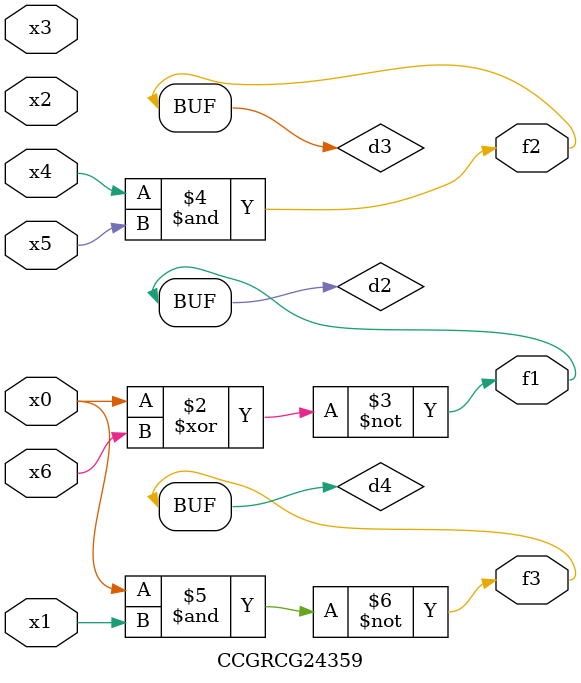
<source format=v>
module CCGRCG24359(
	input x0, x1, x2, x3, x4, x5, x6,
	output f1, f2, f3
);

	wire d1, d2, d3, d4;

	nor (d1, x0);
	xnor (d2, x0, x6);
	and (d3, x4, x5);
	nand (d4, x0, x1);
	assign f1 = d2;
	assign f2 = d3;
	assign f3 = d4;
endmodule

</source>
